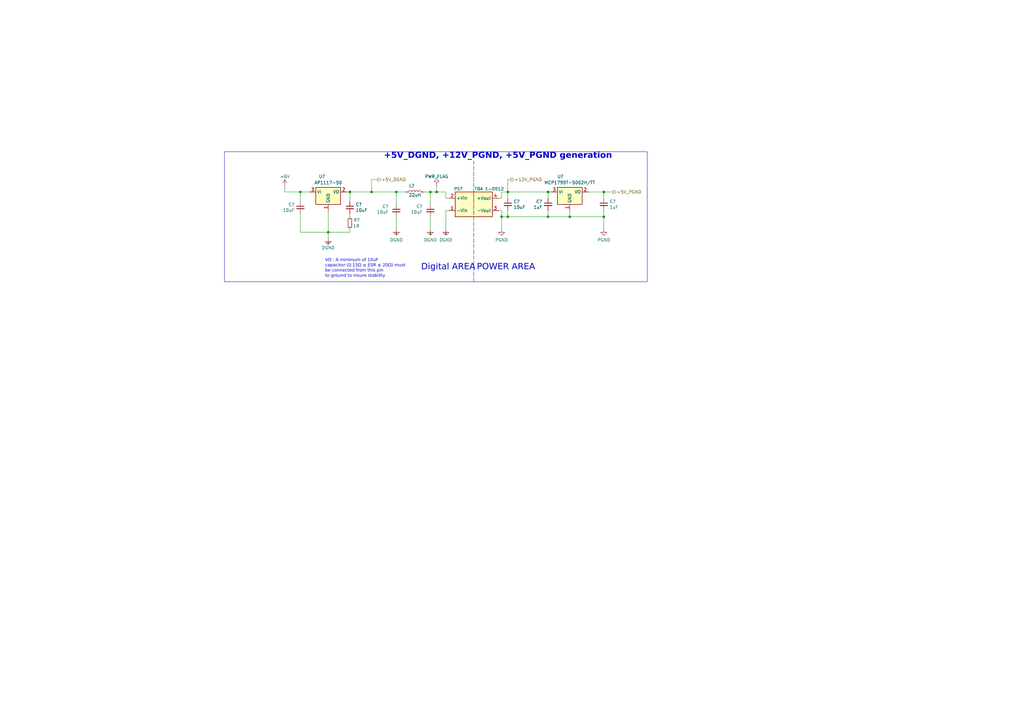
<source format=kicad_sch>
(kicad_sch (version 20230121) (generator eeschema)
  (paper "A3")
  (title_block (title "OWNVERTER V0.1") (comment 1 "TWR"))
  (lib_symbols
    (symbol "Converter_DCDC:MEE1S0512SC"
      (property "Reference" "PS" (at -7.62 6.35 0))
      (property "Value" "MEE1S0512SC" (at 1.27 6.35 0))
      (symbol "MEE1S0512SC_0_0"
        (pin power_in line (at -10.16 -2.54 0) (length 2.54) (name "-Vin") (number "1"))
        (pin power_in line (at -10.16 2.54 0) (length 2.54) (name "+Vin") (number "2"))
        (pin power_out line (at 10.16 -2.54 180) (length 2.54) (name "-Vout") (number "3"))
        (pin power_out line (at 10.16 2.54 180) (length 2.54) (name "+Vout") (number "4"))
      )
      (symbol "MEE1S0512SC_0_1"
        (rectangle (start -7.62 5.08) (end 7.62 -5.08) (stroke (width 0.254)) (fill (type background)))
        (polyline (pts (xy 0 -2.54) (xy 0 -3.81)))
        (polyline (pts (xy 0 0) (xy 0 -1.27)))
        (polyline (pts (xy 0 2.54) (xy 0 1.27)))
        (polyline (pts (xy 0 5.08) (xy 0 3.81)))
      )
    )
    (symbol "Device:C_Small" (pin_numbers hide) (pin_names (offset 0.254) hide)
      (property "Reference" "C" (at 0.254 1.778 0))
      (property "Value" "C_Small" (at 0.254 -2.032 0))
      (symbol "C_Small_0_1"
        (polyline (pts (xy -1.524 -0.508) (xy 1.524 -0.508)) (stroke (width 0.3302)))
        (polyline (pts (xy -1.524 0.508) (xy 1.524 0.508)) (stroke (width 0.3048)))
      )
      (symbol "C_Small_1_1"
        (pin passive line (at 0 2.54 270) (length 2.032) (name "~") (number "1"))
        (pin passive line (at 0 -2.54 90) (length 2.032) (name "~") (number "2"))
      )
    )
    (symbol "Device:L" (pin_numbers hide) (pin_names (offset 1.016) hide)
      (property "Reference" "L" (at -1.27 0 90))
      (property "Value" "L" (at 1.905 0 90))
      (symbol "L_0_1"
        (arc (start 0 -2.54) (mid 0.6323 -1.905) (end 0 -1.27))
        (arc (start 0 -1.27) (mid 0.6323 -0.635) (end 0 0))
        (arc (start 0 0) (mid 0.6323 0.635) (end 0 1.27))
        (arc (start 0 1.27) (mid 0.6323 1.905) (end 0 2.54))
      )
      (symbol "L_1_1"
        (pin passive line (at 0 3.81 270) (length 1.27) (name "1") (number "1"))
        (pin passive line (at 0 -3.81 90) (length 1.27) (name "2") (number "2"))
      )
    )
    (symbol "R_Small_4" (pin_numbers hide) (pin_names (offset 0.254) hide)
      (property "Reference" "R" (at 0.762 0.508 0))
      (property "Value" "R_Small_4" (at 0.762 -1.016 0))
      (symbol "R_Small_4_0_1"
        (rectangle (start -0.762 1.778) (end 0.762 -1.778) (stroke (width 0.2032)))
      )
      (symbol "R_Small_4_1_1"
        (pin passive line (at 0 2.54 270) (length 0.762) (name "~") (number "1"))
        (pin passive line (at 0 -2.54 90) (length 0.762) (name "~") (number "2"))
      )
    )
    (symbol "Regulator_Linear:AP1117-50"
      (property "Reference" "U" (at -3.81 3.175 0))
      (property "Value" "AP1117-50" (at 0 3.175 0))
      (symbol "AP1117-50_0_1"
        (rectangle (start -5.08 -5.08) (end 5.08 1.905) (stroke (width 0.254)) (fill (type background)))
      )
      (symbol "AP1117-50_1_1"
        (pin power_in line (at 0 -7.62 90) (length 2.54) (name "GND") (number "1"))
        (pin power_out line (at 7.62 0 180) (length 2.54) (name "VO") (number "2"))
        (pin power_in line (at -7.62 0 0) (length 2.54) (name "VI") (number "3"))
      )
    )
    (symbol "Regulator_Linear:MCP1754S-5002xCB"
      (property "Reference" "U" (at -3.81 3.175 0))
      (property "Value" "MCP1754S-5002xCB" (at -0.635 3.175 0))
      (symbol "MCP1754S-5002xCB_0_1"
        (rectangle (start -5.08 -5.08) (end 5.08 1.905) (stroke (width 0.254)) (fill (type background)))
      )
      (symbol "MCP1754S-5002xCB_1_1"
        (pin power_in line (at 0 -7.62 90) (length 2.54) (name "GND") (number "1"))
        (pin power_out line (at 7.62 0 180) (length 2.54) (name "VO") (number "2"))
        (pin power_in line (at -7.62 0 0) (length 2.54) (name "VI") (number "3"))
      )
    )
    (symbol "Symbols:DGND" (power) (pin_names (offset 0))
      (property "Value" "DGND" (at 0 -3.81 0))
      (symbol "DGND_0_0"
        (text "D" (at 0 -1.778 0) (effects (font (size 0.63 0.63))))
      )
      (symbol "DGND_0_1"
        (polyline (pts (xy 0 0) (xy 0 -1.27) (xy 1.27 -1.27) (xy 0 -2.54) (xy -1.27 -1.27) (xy 0 -1.27)))
      )
      (symbol "DGND_1_1"
        (pin power_in line (at 0 0 270) (length 0) hide (name "DGND") (number "1"))
      )
    )
    (symbol "Symbols:PGND" (power) (pin_names (offset 0))
      (property "Value" "PGND" (at 0 -3.81 0))
      (symbol "PGND_0_1"
        (polyline (pts (xy 0 0) (xy 0 -1.27) (xy 1.27 -1.27) (xy 0 -2.54) (xy -1.27 -1.27) (xy 0 -1.27)))
      )
      (symbol "PGND_1_1"
        (pin power_in line (at 0 0 270) (length 0) hide (name "PGND") (number "1"))
      )
    )
    (symbol "power:+6V" (power) (pin_names (offset 0))
      (property "Value" "+6V" (at 0 3.556 0))
      (symbol "+6V_0_1"
        (polyline (pts (xy -0.762 1.27) (xy 0 2.54)))
        (polyline (pts (xy 0 0) (xy 0 2.54)))
        (polyline (pts (xy 0 2.54) (xy 0.762 1.27)))
      )
      (symbol "+6V_1_1"
        (pin power_in line (at 0 0 90) (length 0) hide (name "+6V") (number "1"))
      )
    )
    (symbol "power:PWR_FLAG" (power) (pin_numbers hide) (pin_names (offset 0) hide)
      (property "Value" "PWR_FLAG" (at 0 3.81 0))
      (symbol "PWR_FLAG_0_0"
        (pin power_out line (at 0 0 90) (length 0) (name "pwr") (number "1"))
      )
      (symbol "PWR_FLAG_0_1"
        (polyline (pts (xy 0 0) (xy 0 1.27) (xy -1.016 1.905) (xy 0 2.54) (xy 1.016 1.905) (xy 0 1.27)))
      )
    )
  )
  (junction (at 224.79 88.9))
  (junction (at 205.74 88.9))
  (junction (at 123.19 78.74))
  (junction (at 208.28 88.9))
  (junction (at 224.79 78.74))
  (junction (at 247.65 88.9))
  (junction (at 152.4 78.74))
  (junction (at 134.62 95.25))
  (junction (at 247.65 78.74))
  (junction (at 143.51 78.74))
  (junction (at 179.07 78.74))
  (junction (at 162.56 78.74))
  (junction (at 233.68 88.9))
  (junction (at 208.28 78.74))
  (junction (at 176.53 78.74))
  (wire (pts (xy 116.84 76.2) (xy 116.84 78.74)))
  (wire (pts (xy 204.47 86.36) (xy 205.74 86.36)))
  (wire (pts (xy 247.65 86.36) (xy 247.65 88.9)))
  (wire (pts (xy 134.62 86.36) (xy 134.62 95.25)))
  (wire (pts (xy 224.79 86.36) (xy 224.79 88.9)))
  (wire (pts (xy 204.47 81.28) (xy 205.74 81.28)))
  (wire (pts (xy 205.74 86.36) (xy 205.74 88.9)))
  (wire (pts (xy 247.65 81.28) (xy 247.65 78.74)))
  (wire (pts (xy 205.74 88.9) (xy 208.28 88.9)))
  (wire (pts (xy 162.56 78.74) (xy 166.37 78.74)))
  (wire (pts (xy 176.53 88.9) (xy 176.53 93.98)))
  (wire (pts (xy 205.74 81.28) (xy 205.74 78.74)))
  (wire (pts (xy 208.28 78.74) (xy 224.79 78.74)))
  (wire (pts (xy 205.74 88.9) (xy 205.74 93.98)))
  (wire (pts (xy 224.79 88.9) (xy 233.68 88.9)))
  (wire (pts (xy 247.65 88.9) (xy 247.65 93.98)))
  (wire (pts (xy 154.94 73.66) (xy 152.4 73.66)))
  (wire (pts (xy 123.19 95.25) (xy 134.62 95.25)))
  (wire (pts (xy 233.68 86.36) (xy 233.68 88.9)))
  (wire (pts (xy 123.19 78.74) (xy 123.19 82.55)))
  (wire (pts (xy 182.88 86.36) (xy 184.15 86.36)))
  (wire (pts (xy 208.28 78.74) (xy 205.74 78.74)))
  (wire (pts (xy 152.4 73.66) (xy 152.4 78.74)))
  (wire (pts (xy 208.28 81.28) (xy 208.28 78.74)))
  (wire (pts (xy 123.19 78.74) (xy 116.84 78.74)))
  (wire (pts (xy 182.88 78.74) (xy 182.88 81.28)))
  (wire (pts (xy 208.28 88.9) (xy 224.79 88.9)))
  (wire (pts (xy 142.24 78.74) (xy 143.51 78.74)))
  (wire (pts (xy 241.3 78.74) (xy 247.65 78.74)))
  (polyline (pts (xy 194.31 115.57) (xy 194.31 66.04)) (stroke (width 0) (type dash)))
  (wire (pts (xy 224.79 78.74) (xy 226.06 78.74)))
  (wire (pts (xy 179.07 76.2) (xy 179.07 78.74)))
  (wire (pts (xy 123.19 78.74) (xy 127 78.74)))
  (wire (pts (xy 143.51 78.74) (xy 152.4 78.74)))
  (wire (pts (xy 247.65 78.74) (xy 251.46 78.74)))
  (wire (pts (xy 208.28 73.66) (xy 209.55 73.66)))
  (wire (pts (xy 208.28 88.9) (xy 208.28 86.36)))
  (wire (pts (xy 173.99 78.74) (xy 176.53 78.74)))
  (wire (pts (xy 134.62 95.25) (xy 134.62 97.79)))
  (wire (pts (xy 208.28 78.74) (xy 208.28 73.66)))
  (wire (pts (xy 143.51 93.98) (xy 143.51 95.25)))
  (wire (pts (xy 176.53 78.74) (xy 179.07 78.74)))
  (wire (pts (xy 134.62 95.25) (xy 143.51 95.25)))
  (wire (pts (xy 143.51 87.63) (xy 143.51 88.9)))
  (wire (pts (xy 182.88 93.98) (xy 182.88 86.36)))
  (wire (pts (xy 143.51 78.74) (xy 143.51 82.55)))
  (wire (pts (xy 179.07 78.74) (xy 182.88 78.74)))
  (wire (pts (xy 224.79 81.28) (xy 224.79 78.74)))
  (wire (pts (xy 176.53 83.82) (xy 176.53 78.74)))
  (wire (pts (xy 162.56 88.9) (xy 162.56 93.98)))
  (wire (pts (xy 162.56 83.82) (xy 162.56 78.74)))
  (wire (pts (xy 152.4 78.74) (xy 162.56 78.74)))
  (wire (pts (xy 247.65 88.9) (xy 233.68 88.9)))
  (wire (pts (xy 182.88 81.28) (xy 184.15 81.28)))
  (wire (pts (xy 123.19 87.63) (xy 123.19 95.25)))
  (rectangle (start 92.075 62.23) (end 265.43 115.57))
  (text "POWER AREA\n" (at 195.58 111.76 0) (effects (font (size 2.54 2.54)) (justify left bottom)))
  (text "Digital AREA\n" (at 172.72 111.76 0) (effects (font (size 2.54 2.54)) (justify left bottom)))
  (text "VO : A minimum of 10uF\ncapacitor (0.15Ω ≤ ESR ≤ 20Ω) must\nbe connected from this pin\nto ground to insure stability" (at 133.35 114.3 0) (effects (font (size 1.27 1.27)) (justify left bottom)))
  (text "+5V_DGND, +12V_PGND, +5V_PGND generation" (at 157.48 66.04 0) (effects (font (size 2.4892 2.4892) (thickness 0.4978) bold) (justify left bottom)))
  (hierarchical_label "+5V_DGND" (shape output) (at 154.94 73.66 0))
  (hierarchical_label "+12V_PGND" (shape output) (at 209.55 73.66 0))
  (hierarchical_label "+5V_PGND" (shape output) (at 251.46 78.74 0))
  (symbol (lib_name "R_Small_4") (lib_id "Device:R_Small") (at 143.51 91.44 0) (unit 1)
    (property "Reference" "R?" (at 145.0086 90.2716 0) (effects (justify left)))
    (property "Value" "1R" (at 144.78 92.71 0) (effects (justify left)))
    (property "Footprint" "Footprints:R_0805_2012Metric" (effects hide))
    (property "manf#" "CR0805-J/-1R0ELF" (effects hide))
    (instances (project "inverter" (path "" (reference "R?") (unit 1)) (path "" (reference "R301") (unit 1))))
  )
  (symbol (lib_id "Symbols:DGND") (at 182.88 93.98 0) (mirror y) (unit 1)
    (property "Reference" "#PWR?" (effects hide))
    (property "Value" "DGND" (at 182.88 98.425 0))
    (instances (project "inverter" (path "" (reference "#PWR?") (unit 1)) (path "" (reference "#PWR?") (unit 1)) (path "" (reference "#PWR0305") (unit 1))))
  )
  (symbol (lib_id "Symbols:PGND") (at 247.65 93.98 0) (mirror y) (unit 1)
    (property "Reference" "#PWR?" (effects hide))
    (property "Value" "PGND" (at 247.65 98.425 0))
    (instances (project "inverter" (path "" (reference "#PWR?") (unit 1)) (path "" (reference "#PWR?") (unit 1)) (path "" (reference "#PWR0307") (unit 1))))
  )
  (symbol (lib_id "Device:C_Small") (at 247.65 83.82 0) (unit 1)
    (property "Reference" "C?" (at 249.9868 82.6516 0) (effects (justify left)))
    (property "Value" "1uF" (at 249.9868 84.963 0) (effects (justify left)))
    (property "Footprint" "Footprints:C_0805_2012Metric" (effects hide))
    (property "DNP" "x" (effects hide))
    (property "manf#" "UMK212B7105KGHT " (effects hide))
    (instances (project "inverter" (path "" (reference "C?") (unit 1)) (path "" (reference "C?") (unit 1)) (path "" (reference "C307") (unit 1))))
  )
  (symbol (lib_id "Converter_DCDC:MEE1S0512SC") (at 194.31 83.82 0) (unit 1)
    (property "Reference" "PS?" (at 187.96 77.47 0))
    (property "Value" "TBA 1-0512" (at 200.66 77.47 0))
    (property "Footprint" "Footprints:Converter_DCDC_Murata_MEE1SxxxxSC_THT" (effects hide))
    (property "Datasheet" "https://power.murata.com/pub/data/power/ncl/kdc_mee1.pdf" (effects hide))
    (property "DNP" "x" (effects hide))
    (property "manf#" "TBA 1-0512" (effects hide))
    (instances (project "inverter" (path "" (reference "PS?") (unit 1)) (path "" (reference "PS?") (unit 1)) (path "" (reference "PS301") (unit 1))))
  )
  (symbol (lib_id "Regulator_Linear:MCP1754S-5002xCB") (at 233.68 78.74 0) (unit 1)
    (property "Reference" "U?" (at 229.87 72.39 0))
    (property "Value" "MCP1799T-5002H/TT" (at 233.68 74.9046 0))
    (property "Footprint" "Footprints:SOT-23_copy" (effects hide))
    (property "Datasheet" "http://ww1.microchip.com/downloads/en/DeviceDoc/20002276C.pdf" (effects hide))
    (property "DNP" "x" (effects hide))
    (property "manf#" "MCP1799T-5002H/TT" (effects hide))
    (instances (project "inverter" (path "" (reference "U?") (unit 1)) (path "" (reference "U?") (unit 1)) (path "" (reference "U302") (unit 1))))
  )
  (symbol (lib_id "Symbols:DGND") (at 134.62 97.79 0) (mirror y) (unit 1)
    (property "Reference" "#PWR?" (effects hide))
    (property "Value" "DGND" (at 134.62 101.6 0))
    (instances (project "inverter" (path "" (reference "#PWR?") (unit 1)) (path "" (reference "#PWR?") (unit 1)) (path "" (reference "#PWR0302") (unit 1))))
  )
  (symbol (lib_id "Device:C_Small") (at 176.53 86.36 0) (mirror y) (unit 1)
    (property "Reference" "C?" (at 173.355 84.6836 0) (effects (justify left)))
    (property "Value" "10uF" (at 173.355 86.995 0) (effects (justify left)))
    (property "Footprint" "Footprints:C_1210_3225Metric" (effects hide))
    (property "manf#" "12105C106KAT2A" (effects hide))
    (property "DNP" "x" (effects hide))
    (property "Voltage" "50V" (effects hide))
    (instances (project "inverter" (path "" (reference "C?") (unit 1)) (path "" (reference "C?") (unit 1)) (path "" (reference "C304") (unit 1))))
  )
  (symbol (lib_id "Device:L") (at 170.18 78.74 90) (unit 1)
    (property "Reference" "L?" (at 168.91 76.2 90))
    (property "Value" "22uH" (at 170.18 80.01 90))
    (property "Footprint" "Inductor_SMD:L_1210_3225Metric" (effects hide))
    (property "manf#" "CBC3225T220KR" (effects hide))
    (instances (project "inverter" (path "" (reference "L?") (unit 1)) (path "" (reference "L?") (unit 1)) (path "" (reference "L?") (unit 1)) (path "" (reference "L301") (unit 1))))
  )
  (symbol (lib_id "Device:C_Small") (at 208.28 83.82 0) (unit 1)
    (property "Reference" "C?" (at 210.6168 82.6516 0) (effects (justify left)))
    (property "Value" "10uF" (at 210.6168 84.963 0) (effects (justify left)))
    (property "Footprint" "Footprints:C_1210_3225Metric" (effects hide))
    (property "manf#" "12105C106KAT2A" (effects hide))
    (property "DNP" "x" (effects hide))
    (property "Voltage" "50V" (effects hide))
    (instances (project "inverter" (path "" (reference "C?") (unit 1)) (path "" (reference "C?") (unit 1)) (path "" (reference "C305") (unit 1))))
  )
  (symbol (lib_id "Symbols:PGND") (at 205.74 93.98 0) (mirror y) (unit 1)
    (property "Reference" "#PWR?" (effects hide))
    (property "Value" "PGND" (at 205.74 98.425 0))
    (instances (project "inverter" (path "" (reference "#PWR?") (unit 1)) (path "" (reference "#PWR?") (unit 1)) (path "" (reference "#PWR0306") (unit 1))))
  )
  (symbol (lib_id "Device:C_Small") (at 123.19 85.09 0) (mirror y) (unit 1)
    (property "Reference" "C?" (at 120.8532 83.9216 0) (effects (justify left)))
    (property "Value" "10uF" (at 120.8532 86.233 0) (effects (justify left)))
    (property "Footprint" "Footprints:C_1210_3225Metric" (effects hide))
    (property "manf#" "12105C106KAT2A" (effects hide))
    (property "DNP" "x" (effects hide))
    (property "Voltage" "50V" (effects hide))
    (instances (project "inverter" (path "" (reference "C?") (unit 1)) (path "" (reference "C?") (unit 1)) (path "" (reference "C301") (unit 1))))
  )
  (symbol (lib_id "Device:C_Small") (at 162.56 86.36 0) (mirror y) (unit 1)
    (property "Reference" "C?" (at 159.385 84.6836 0) (effects (justify left)))
    (property "Value" "10uF" (at 159.385 86.995 0) (effects (justify left)))
    (property "Footprint" "Footprints:C_1210_3225Metric" (effects hide))
    (property "manf#" "12105C106KAT2A" (effects hide))
    (property "DNP" "x" (effects hide))
    (property "Voltage" "50V" (effects hide))
    (instances (project "inverter" (path "" (reference "C?") (unit 1)) (path "" (reference "C?") (unit 1)) (path "" (reference "C303") (unit 1))))
  )
  (symbol (lib_id "power:+6V") (at 116.84 76.2 0) (mirror y) (unit 1)
    (property "Reference" "#PWR?" (effects hide))
    (property "Value" "+6V_DGND" (at 116.84 72.39 0))
    (instances (project "inverter" (path "" (reference "#PWR?") (unit 1)) (path "" (reference "#PWR?") (unit 1)) (path "" (reference "#PWR0301") (unit 1))))
  )
  (symbol (lib_id "power:PWR_FLAG") (at 179.07 76.2 0) (unit 1)
    (property "Reference" "#FLG0301" (effects hide))
    (property "Value" "PWR_FLAG" (at 179.07 72.39 0))
  )
  (symbol (lib_id "Device:C_Small") (at 143.51 85.09 0) (unit 1)
    (property "Reference" "C?" (at 145.8468 83.9216 0) (effects (justify left)))
    (property "Value" "10uF" (at 145.8468 86.233 0) (effects (justify left)))
    (property "Footprint" "Footprints:C_1210_3225Metric" (effects hide))
    (property "manf#" "12105C106KAT2A" (effects hide))
    (property "DNP" "x" (effects hide))
    (property "Voltage" "50V" (effects hide))
    (instances (project "inverter" (path "" (reference "C?") (unit 1)) (path "" (reference "C?") (unit 1)) (path "" (reference "C302") (unit 1))))
  )
  (symbol (lib_id "Symbols:DGND") (at 176.53 93.98 0) (mirror y) (unit 1)
    (property "Reference" "#PWR?" (effects hide))
    (property "Value" "DGND" (at 176.53 98.425 0))
    (instances (project "inverter" (path "" (reference "#PWR?") (unit 1)) (path "" (reference "#PWR?") (unit 1)) (path "" (reference "#PWR0304") (unit 1))))
  )
  (symbol (lib_id "Device:C_Small") (at 224.79 83.82 0) (mirror y) (unit 1)
    (property "Reference" "C?" (at 222.4532 82.6516 0) (effects (justify left)))
    (property "Value" "1uF" (at 222.4532 84.963 0) (effects (justify left)))
    (property "Footprint" "Footprints:C_0805_2012Metric" (effects hide))
    (property "DNP" "x" (effects hide))
    (property "manf#" "UMK212B7105KGHT " (effects hide))
    (instances (project "inverter" (path "" (reference "C?") (unit 1)) (path "" (reference "C?") (unit 1)) (path "" (reference "C306") (unit 1))))
  )
  (symbol (lib_id "Symbols:DGND") (at 162.56 93.98 0) (mirror y) (unit 1)
    (property "Reference" "#PWR?" (effects hide))
    (property "Value" "DGND" (at 162.56 98.425 0))
    (instances (project "inverter" (path "" (reference "#PWR?") (unit 1)) (path "" (reference "#PWR?") (unit 1)) (path "" (reference "#PWR0303") (unit 1))))
  )
  (symbol (lib_id "Regulator_Linear:AP1117-50") (at 134.62 78.74 0) (unit 1)
    (property "Reference" "U?" (at 132.08 72.39 0))
    (property "Value" "AP1117-50" (at 134.62 74.93 0))
    (property "Footprint" "Package_TO_SOT_SMD:SOT-223-3_TabPin2" (effects hide))
    (property "Datasheet" "http://www.diodes.com/datasheets/AP1117.pdf" (effects hide))
    (property "DNP" "x" (effects hide))
    (property "manf#" "AP1117-50" (effects hide))
    (instances (project "inverter" (path "" (reference "U?") (unit 1)) (path "" (reference "U?") (unit 1)) (path "" (reference "U301") (unit 1))))
  )
)
</source>
